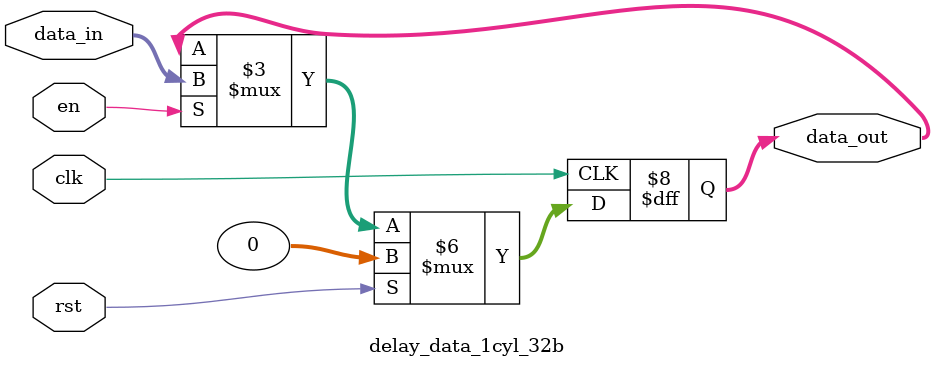
<source format=sv>
`timescale 1ns / 1ps


module delay_data_1cyl(
    input [15:0] data_in,
    input clk,
    input en,
    input rst,
    output reg [15:0] data_out
    );
    
    
    always @(posedge clk)
        if(rst)
            data_out <= 0;
        else if(en)
            data_out <= data_in;
        else
            data_out <= data_out;
            
endmodule

module delay_data_1cyl_24b(
    input [23:0] data_in,
    input clk,
    input en,
    input rst,
    output reg [23:0] data_out
    );
    
    
    always @(posedge clk)
        if(rst)
            data_out <= 0;
        else if(en)
            data_out <= data_in;
        else
            data_out <= data_out;
            
endmodule

module delay_data_1cyl_32b(
    input [31:0] data_in,
    input clk,
    input en,
    input rst,
    output reg [31:0] data_out
    );
    
    
    always @(posedge clk)
        if(rst)
            data_out <= 0;
        else if(en)
            data_out <= data_in;
        else
            data_out <= data_out;
            
endmodule
</source>
